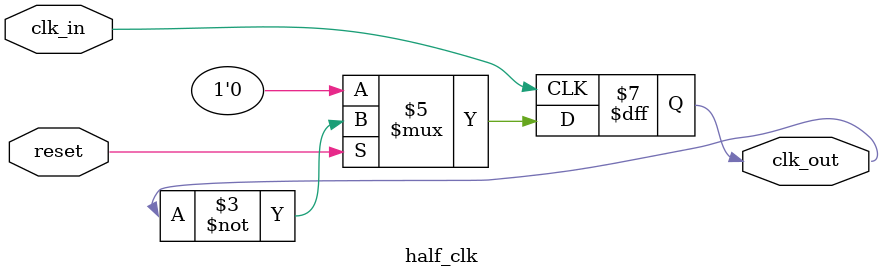
<source format=v>
module half_clk(reset, clk_in, clk_out);
	input clk_in, reset;
	output clk_out;
	reg clk_out;

	always @(posedge clk_in)
		begin
			if(! reset)
				clk_out = 0;
			else
				clk_out = ~clk_out;
		end
endmodule

</source>
